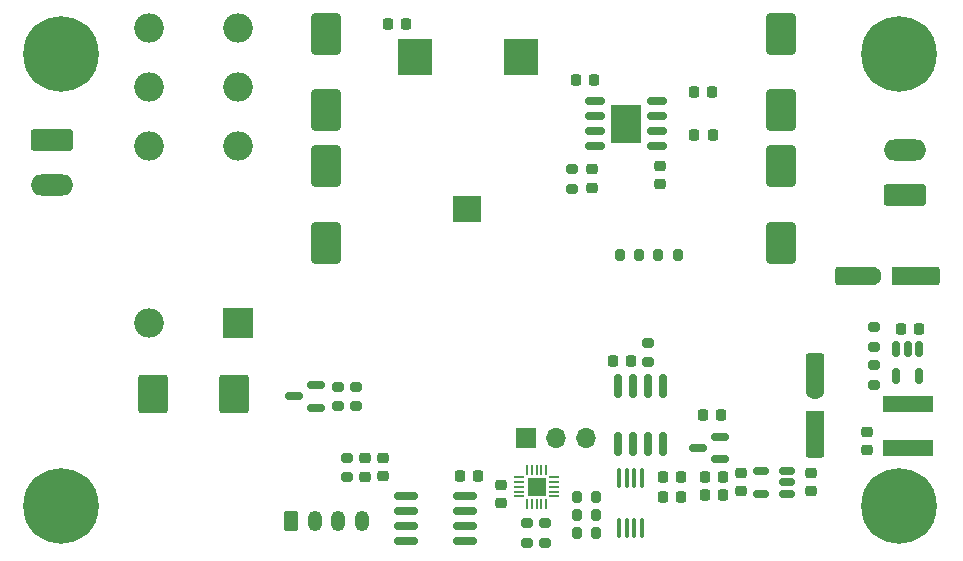
<source format=gbr>
%TF.GenerationSoftware,KiCad,Pcbnew,7.0.1*%
%TF.CreationDate,2024-03-26T16:50:52+03:00*%
%TF.ProjectId,Pelt,50656c74-2e6b-4696-9361-645f70636258,rev?*%
%TF.SameCoordinates,Original*%
%TF.FileFunction,Soldermask,Top*%
%TF.FilePolarity,Negative*%
%FSLAX46Y46*%
G04 Gerber Fmt 4.6, Leading zero omitted, Abs format (unit mm)*
G04 Created by KiCad (PCBNEW 7.0.1) date 2024-03-26 16:50:52*
%MOMM*%
%LPD*%
G01*
G04 APERTURE LIST*
G04 Aperture macros list*
%AMRoundRect*
0 Rectangle with rounded corners*
0 $1 Rounding radius*
0 $2 $3 $4 $5 $6 $7 $8 $9 X,Y pos of 4 corners*
0 Add a 4 corners polygon primitive as box body*
4,1,4,$2,$3,$4,$5,$6,$7,$8,$9,$2,$3,0*
0 Add four circle primitives for the rounded corners*
1,1,$1+$1,$2,$3*
1,1,$1+$1,$4,$5*
1,1,$1+$1,$6,$7*
1,1,$1+$1,$8,$9*
0 Add four rect primitives between the rounded corners*
20,1,$1+$1,$2,$3,$4,$5,0*
20,1,$1+$1,$4,$5,$6,$7,0*
20,1,$1+$1,$6,$7,$8,$9,0*
20,1,$1+$1,$8,$9,$2,$3,0*%
G04 Aperture macros list end*
%ADD10RoundRect,0.250000X-0.350000X-0.625000X0.350000X-0.625000X0.350000X0.625000X-0.350000X0.625000X0*%
%ADD11O,1.200000X1.750000*%
%ADD12RoundRect,0.225000X-0.225000X-0.250000X0.225000X-0.250000X0.225000X0.250000X-0.225000X0.250000X0*%
%ADD13RoundRect,0.200000X-0.275000X0.200000X-0.275000X-0.200000X0.275000X-0.200000X0.275000X0.200000X0*%
%ADD14RoundRect,0.050000X-0.375000X-0.050000X0.375000X-0.050000X0.375000X0.050000X-0.375000X0.050000X0*%
%ADD15RoundRect,0.050000X-0.050000X-0.375000X0.050000X-0.375000X0.050000X0.375000X-0.050000X0.375000X0*%
%ADD16R,1.650000X1.650000*%
%ADD17C,6.400000*%
%ADD18RoundRect,0.250000X1.500000X0.550000X-1.500000X0.550000X-1.500000X-0.550000X1.500000X-0.550000X0*%
%ADD19R,4.200000X1.400000*%
%ADD20RoundRect,0.250000X-1.550000X0.650000X-1.550000X-0.650000X1.550000X-0.650000X1.550000X0.650000X0*%
%ADD21O,3.600000X1.800000*%
%ADD22RoundRect,0.200000X-0.200000X-0.275000X0.200000X-0.275000X0.200000X0.275000X-0.200000X0.275000X0*%
%ADD23RoundRect,0.200000X0.275000X-0.200000X0.275000X0.200000X-0.275000X0.200000X-0.275000X-0.200000X0*%
%ADD24RoundRect,0.250000X0.550000X-1.500000X0.550000X1.500000X-0.550000X1.500000X-0.550000X-1.500000X0*%
%ADD25RoundRect,0.225000X-0.250000X0.225000X-0.250000X-0.225000X0.250000X-0.225000X0.250000X0.225000X0*%
%ADD26RoundRect,0.225000X0.250000X-0.225000X0.250000X0.225000X-0.250000X0.225000X-0.250000X-0.225000X0*%
%ADD27RoundRect,0.150000X0.512500X0.150000X-0.512500X0.150000X-0.512500X-0.150000X0.512500X-0.150000X0*%
%ADD28RoundRect,0.250000X1.000000X-1.500000X1.000000X1.500000X-1.000000X1.500000X-1.000000X-1.500000X0*%
%ADD29RoundRect,0.100000X-0.100000X0.712500X-0.100000X-0.712500X0.100000X-0.712500X0.100000X0.712500X0*%
%ADD30RoundRect,0.150000X-0.825000X-0.150000X0.825000X-0.150000X0.825000X0.150000X-0.825000X0.150000X0*%
%ADD31RoundRect,0.150000X0.587500X0.150000X-0.587500X0.150000X-0.587500X-0.150000X0.587500X-0.150000X0*%
%ADD32RoundRect,0.218750X-0.256250X0.218750X-0.256250X-0.218750X0.256250X-0.218750X0.256250X0.218750X0*%
%ADD33R,2.500000X2.500000*%
%ADD34O,2.500000X2.500000*%
%ADD35RoundRect,0.150000X-0.150000X0.512500X-0.150000X-0.512500X0.150000X-0.512500X0.150000X0.512500X0*%
%ADD36R,2.514000X3.200000*%
%ADD37RoundRect,0.150000X-0.662500X-0.150000X0.662500X-0.150000X0.662500X0.150000X-0.662500X0.150000X0*%
%ADD38RoundRect,0.250000X-1.000000X1.400000X-1.000000X-1.400000X1.000000X-1.400000X1.000000X1.400000X0*%
%ADD39RoundRect,0.250000X-1.000000X1.500000X-1.000000X-1.500000X1.000000X-1.500000X1.000000X1.500000X0*%
%ADD40R,1.600000X1.600000*%
%ADD41C,1.600000*%
%ADD42RoundRect,0.225000X0.225000X0.250000X-0.225000X0.250000X-0.225000X-0.250000X0.225000X-0.250000X0*%
%ADD43R,3.000000X3.050000*%
%ADD44R,2.400000X2.250000*%
%ADD45R,1.700000X1.700000*%
%ADD46O,1.700000X1.700000*%
%ADD47RoundRect,0.250000X1.550000X-0.650000X1.550000X0.650000X-1.550000X0.650000X-1.550000X-0.650000X0*%
%ADD48RoundRect,0.150000X0.150000X-0.825000X0.150000X0.825000X-0.150000X0.825000X-0.150000X-0.825000X0*%
G04 APERTURE END LIST*
D10*
%TO.C,J3*%
X129500000Y-83500000D03*
D11*
X131500000Y-83500000D03*
X133500000Y-83500000D03*
X135500000Y-83500000D03*
%TD*%
D12*
%TO.C,C22*%
X160950000Y-79775000D03*
X162500000Y-79775000D03*
%TD*%
D13*
%TO.C,R9*%
X134232621Y-78161579D03*
X134232621Y-79811579D03*
%TD*%
D14*
%TO.C,IC1*%
X148840000Y-79835000D03*
X148840000Y-80235000D03*
X148840000Y-80635000D03*
X148840000Y-81035000D03*
X148840000Y-81435000D03*
D15*
X149490000Y-82085000D03*
X149890000Y-82085000D03*
X150290000Y-82085000D03*
X150690000Y-82085000D03*
X151090000Y-82085000D03*
D14*
X151740000Y-81435000D03*
X151740000Y-81035000D03*
X151740000Y-80635000D03*
X151740000Y-80235000D03*
X151740000Y-79835000D03*
D15*
X151090000Y-79185000D03*
X150690000Y-79185000D03*
X150290000Y-79185000D03*
X149890000Y-79185000D03*
X149490000Y-79185000D03*
D16*
X150290000Y-80635000D03*
%TD*%
D17*
%TO.C,REF\u002A\u002A*%
X181000000Y-82250000D03*
%TD*%
D18*
%TO.C,C1*%
X182700000Y-62750000D03*
X177300000Y-62750000D03*
%TD*%
D12*
%TO.C,C18*%
X166075000Y-79825000D03*
X164525000Y-79825000D03*
%TD*%
D19*
%TO.C,L1*%
X181750000Y-73650000D03*
X181750000Y-77350000D03*
%TD*%
D20*
%TO.C,J4*%
X109257500Y-51227500D03*
D21*
X109257500Y-55037500D03*
%TD*%
D22*
%TO.C,R6*%
X153700000Y-81525000D03*
X155350000Y-81525000D03*
%TD*%
D23*
%TO.C,R1*%
X178850000Y-71975000D03*
X178850000Y-70325000D03*
%TD*%
%TO.C,R2*%
X178850000Y-68750000D03*
X178850000Y-67100000D03*
%TD*%
D13*
%TO.C,R11*%
X149500000Y-83725000D03*
X149500000Y-85375000D03*
%TD*%
D24*
%TO.C,C4*%
X173882214Y-76450000D03*
X173882214Y-71050000D03*
%TD*%
D25*
%TO.C,C24*%
X137250000Y-78200000D03*
X137250000Y-79750000D03*
%TD*%
D26*
%TO.C,C17*%
X167600000Y-80975000D03*
X167600000Y-79425000D03*
%TD*%
%TO.C,C9*%
X160750000Y-55000000D03*
X160750000Y-53450000D03*
%TD*%
D27*
%TO.C,U3*%
X171525000Y-81200000D03*
X171525000Y-80250000D03*
X171525000Y-79300000D03*
X169250000Y-79300000D03*
X169250000Y-81200000D03*
%TD*%
D28*
%TO.C,C5*%
X171000000Y-48750000D03*
X171000000Y-42250000D03*
%TD*%
D29*
%TO.C,IC2*%
X159225000Y-79862500D03*
X158575000Y-79862500D03*
X157925000Y-79862500D03*
X157275000Y-79862500D03*
X157275000Y-84087500D03*
X157925000Y-84087500D03*
X158575000Y-84087500D03*
X159225000Y-84087500D03*
%TD*%
D30*
%TO.C,U6*%
X139275000Y-81435000D03*
X139275000Y-82705000D03*
X139275000Y-83975000D03*
X139275000Y-85245000D03*
X144225000Y-85245000D03*
X144225000Y-83975000D03*
X144225000Y-82705000D03*
X144225000Y-81435000D03*
%TD*%
D31*
%TO.C,Q1*%
X131622141Y-73929649D03*
X131622141Y-72029649D03*
X129747141Y-72979649D03*
%TD*%
D26*
%TO.C,C3*%
X178250000Y-77525000D03*
X178250000Y-75975000D03*
%TD*%
D13*
%TO.C,R12*%
X151000000Y-83725000D03*
X151000000Y-85375000D03*
%TD*%
D32*
%TO.C,D1*%
X135732621Y-78199079D03*
X135732621Y-79774079D03*
%TD*%
D25*
%TO.C,C13*%
X154950000Y-53750000D03*
X154950000Y-55300000D03*
%TD*%
D33*
%TO.C,K1*%
X125000000Y-66750000D03*
D34*
X125000000Y-51750000D03*
X125000000Y-46750000D03*
X125000000Y-41750000D03*
X117500000Y-41750000D03*
X117500000Y-46750000D03*
X117500000Y-51750000D03*
X117500000Y-66750000D03*
%TD*%
D35*
%TO.C,U2*%
X182650000Y-68975000D03*
X181700000Y-68975000D03*
X180750000Y-68975000D03*
X180750000Y-71250000D03*
X182650000Y-71250000D03*
%TD*%
D25*
%TO.C,C25*%
X147250000Y-80450000D03*
X147250000Y-82000000D03*
%TD*%
D36*
%TO.C,U1*%
X157862500Y-49905000D03*
D37*
X160500000Y-48000000D03*
X160500000Y-49270000D03*
X160500000Y-50540000D03*
X160500000Y-51810000D03*
X155225000Y-51810000D03*
X155225000Y-50540000D03*
X155225000Y-49270000D03*
X155225000Y-48000000D03*
%TD*%
D38*
%TO.C,D2*%
X124650000Y-72750000D03*
X117850000Y-72750000D03*
%TD*%
D39*
%TO.C,C6*%
X171000000Y-53500000D03*
X171000000Y-60000000D03*
%TD*%
D22*
%TO.C,R10*%
X153700000Y-84525000D03*
X155350000Y-84525000D03*
%TD*%
D17*
%TO.C,REF\u002A\u002A*%
X110000000Y-82250000D03*
%TD*%
D13*
%TO.C,R14*%
X133500000Y-72175000D03*
X133500000Y-73825000D03*
%TD*%
D40*
%TO.C,C1*%
X173882214Y-74932380D03*
D41*
X173882214Y-72432380D03*
%TD*%
D40*
%TO.C,C12*%
X132500000Y-47902651D03*
D41*
X132500000Y-42902651D03*
%TD*%
D22*
%TO.C,R5*%
X160600000Y-61000000D03*
X162250000Y-61000000D03*
%TD*%
D40*
%TO.C,C11*%
X132500000Y-54347349D03*
D41*
X132500000Y-59347349D03*
%TD*%
D23*
%TO.C,R13*%
X135020940Y-73825443D03*
X135020940Y-72175443D03*
%TD*%
D42*
%TO.C,C21*%
X162500000Y-81525000D03*
X160950000Y-81525000D03*
%TD*%
D23*
%TO.C,R4*%
X153250000Y-55400000D03*
X153250000Y-53750000D03*
%TD*%
D43*
%TO.C,L2*%
X149000000Y-44250000D03*
X140000000Y-44250000D03*
D44*
X144400000Y-57100000D03*
%TD*%
D39*
%TO.C,C11*%
X132500000Y-53500000D03*
X132500000Y-60000000D03*
%TD*%
D42*
%TO.C,C2*%
X182700000Y-67225000D03*
X181150000Y-67225000D03*
%TD*%
D40*
%TO.C,C1*%
X181182379Y-62750000D03*
D41*
X178682379Y-62750000D03*
%TD*%
D45*
%TO.C,J2*%
X149425000Y-76500000D03*
D46*
X151965000Y-76500000D03*
X154505000Y-76500000D03*
%TD*%
D42*
%TO.C,C20*%
X158300000Y-69975000D03*
X156750000Y-69975000D03*
%TD*%
D12*
%TO.C,C8*%
X153625000Y-46200000D03*
X155175000Y-46200000D03*
%TD*%
D42*
%TO.C,C10*%
X139275000Y-41400000D03*
X137725000Y-41400000D03*
%TD*%
D17*
%TO.C,REF\u002A\u002A*%
X110000000Y-44000000D03*
%TD*%
%TO.C,REF\u002A\u002A*%
X181000000Y-44000000D03*
%TD*%
D40*
%TO.C,C5*%
X171000000Y-47902651D03*
D41*
X171000000Y-42902651D03*
%TD*%
D22*
%TO.C,R8*%
X153700000Y-83025000D03*
X155350000Y-83025000D03*
%TD*%
D28*
%TO.C,C12*%
X132500000Y-48750000D03*
X132500000Y-42250000D03*
%TD*%
D12*
%TO.C,C19*%
X164350000Y-74575000D03*
X165900000Y-74575000D03*
%TD*%
D47*
%TO.C,J1*%
X181492500Y-55922500D03*
D21*
X181492500Y-52112500D03*
%TD*%
D40*
%TO.C,C6*%
X171000000Y-54347349D03*
D41*
X171000000Y-59347349D03*
%TD*%
D12*
%TO.C,C15*%
X164525000Y-81325000D03*
X166075000Y-81325000D03*
%TD*%
D23*
%TO.C,R7*%
X159750000Y-70075000D03*
X159750000Y-68425000D03*
%TD*%
D22*
%TO.C,R3*%
X157350000Y-61000000D03*
X159000000Y-61000000D03*
%TD*%
D12*
%TO.C,C7*%
X163625000Y-47200000D03*
X165175000Y-47200000D03*
%TD*%
%TO.C,C23*%
X143788871Y-79725000D03*
X145338871Y-79725000D03*
%TD*%
%TO.C,C14*%
X163650000Y-50800000D03*
X165200000Y-50800000D03*
%TD*%
D48*
%TO.C,U5*%
X157190000Y-77000000D03*
X158460000Y-77000000D03*
X159730000Y-77000000D03*
X161000000Y-77000000D03*
X161000000Y-72050000D03*
X159730000Y-72050000D03*
X158460000Y-72050000D03*
X157190000Y-72050000D03*
%TD*%
D31*
%TO.C,U4*%
X165837500Y-78275000D03*
X165837500Y-76375000D03*
X163962500Y-77325000D03*
%TD*%
D26*
%TO.C,C16*%
X173500000Y-81000000D03*
X173500000Y-79450000D03*
%TD*%
M02*

</source>
